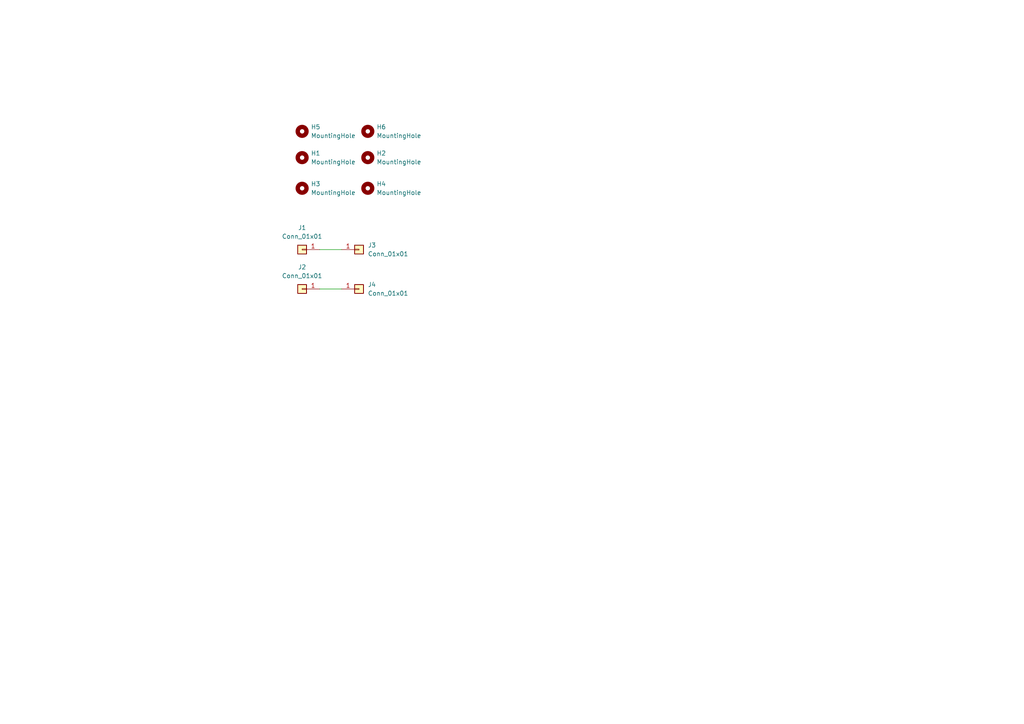
<source format=kicad_sch>
(kicad_sch (version 20211123) (generator eeschema)
  (paper "A4")
  (lib_symbols
    (symbol "Connector_Generic:Conn_01x01" (pin_names (offset 1.016) hide)
      (property "Reference" "J" (at 0 2.54 0))
      (property "Value" "Conn_01x01" (at 0 -2.54 0))
      (symbol "Conn_01x01_1_1"
        (rectangle (start -1.27 0.127) (end 0 -0.127) (stroke (width 0.1524)))
        (rectangle (start -1.27 1.27) (end 1.27 -1.27) (stroke (width 0.254)) (fill (type background)))
        (pin passive line (at -5.08 0 0) (length 3.81) (name "Pin_1") (number "1"))
      )
    )
    (symbol "Mechanical:MountingHole" (pin_names (offset 1.016))
      (property "Reference" "H" (at 0 5.08 0))
      (property "Value" "MountingHole" (at 0 3.175 0))
      (symbol "MountingHole_0_1"
        (circle (center 0 0) (radius 1.27) (stroke (width 1.27)))
      )
    )
  )
  (wire (pts (xy 92.71 83.82) (xy 99.06 83.82)))
  (wire (pts (xy 92.71 72.39) (xy 99.06 72.39)))
  (symbol (lib_id "Mechanical:MountingHole") (at 87.63 45.72 0) (unit 1)
    (property "Reference" "H1" (at 90.17 44.4499 0) (effects (justify left)))
    (property "Value" "MountingHole" (at 90.17 46.9899 0) (effects (justify left)))
    (property "Footprint" "MountingHole:MountingHole_3.7mm" (effects hide))
  )
  (symbol (lib_id "Connector_Generic:Conn_01x01") (at 104.14 83.82 0) (unit 1)
    (property "Reference" "J4" (at 106.68 82.5499 0) (effects (justify left)))
    (property "Value" "Conn_01x01" (at 106.68 85.0899 0) (effects (justify left)))
    (property "Footprint" "SlidePlate:CapPlate" (effects hide))
  )
  (symbol (lib_id "Connector_Generic:Conn_01x01") (at 104.14 72.39 0) (unit 1)
    (property "Reference" "J3" (at 106.68 71.1199 0) (effects (justify left)))
    (property "Value" "Conn_01x01" (at 106.68 73.6599 0) (effects (justify left)))
    (property "Footprint" "SlidePlate:CapPlate" (effects hide))
  )
  (symbol (lib_id "Mechanical:MountingHole") (at 106.68 54.61 0) (unit 1)
    (property "Reference" "H4" (at 109.22 53.3399 0) (effects (justify left)))
    (property "Value" "MountingHole" (at 109.22 55.8799 0) (effects (justify left)))
    (property "Footprint" "MountingHole:MountingHole_3.7mm" (effects hide))
  )
  (symbol (lib_id "Connector_Generic:Conn_01x01") (at 87.63 72.39 180) (unit 1)
    (property "Reference" "J1" (at 87.63 66.04 0))
    (property "Value" "Conn_01x01" (at 87.63 68.58 0))
    (property "Footprint" "SlidePlate:CapPlate" (effects hide))
  )
  (symbol (lib_id "Mechanical:MountingHole") (at 87.63 38.1 0) (unit 1)
    (property "Reference" "H5" (at 90.17 36.8299 0) (effects (justify left)))
    (property "Value" "MountingHole" (at 90.17 39.3699 0) (effects (justify left)))
    (property "Footprint" "MountingHole:MountingHole_3.7mm" (effects hide))
  )
  (symbol (lib_id "Connector_Generic:Conn_01x01") (at 87.63 83.82 180) (unit 1)
    (property "Reference" "J2" (at 87.63 77.47 0))
    (property "Value" "Conn_01x01" (at 87.63 80.01 0))
    (property "Footprint" "SlidePlate:CapPlate" (effects hide))
  )
  (symbol (lib_id "Mechanical:MountingHole") (at 87.63 54.61 0) (unit 1)
    (property "Reference" "H3" (at 90.17 53.3399 0) (effects (justify left)))
    (property "Value" "MountingHole" (at 90.17 55.8799 0) (effects (justify left)))
    (property "Footprint" "MountingHole:MountingHole_3.7mm" (effects hide))
  )
  (symbol (lib_id "Mechanical:MountingHole") (at 106.68 45.72 0) (unit 1)
    (property "Reference" "H2" (at 109.22 44.4499 0) (effects (justify left)))
    (property "Value" "MountingHole" (at 109.22 46.9899 0) (effects (justify left)))
    (property "Footprint" "MountingHole:MountingHole_3.7mm" (effects hide))
  )
  (symbol (lib_id "Mechanical:MountingHole") (at 106.68 38.1 0) (unit 1)
    (property "Reference" "H6" (at 109.22 36.8299 0) (effects (justify left)))
    (property "Value" "MountingHole" (at 109.22 39.3699 0) (effects (justify left)))
    (property "Footprint" "MountingHole:MountingHole_3.7mm" (effects hide))
  )
)
</source>
